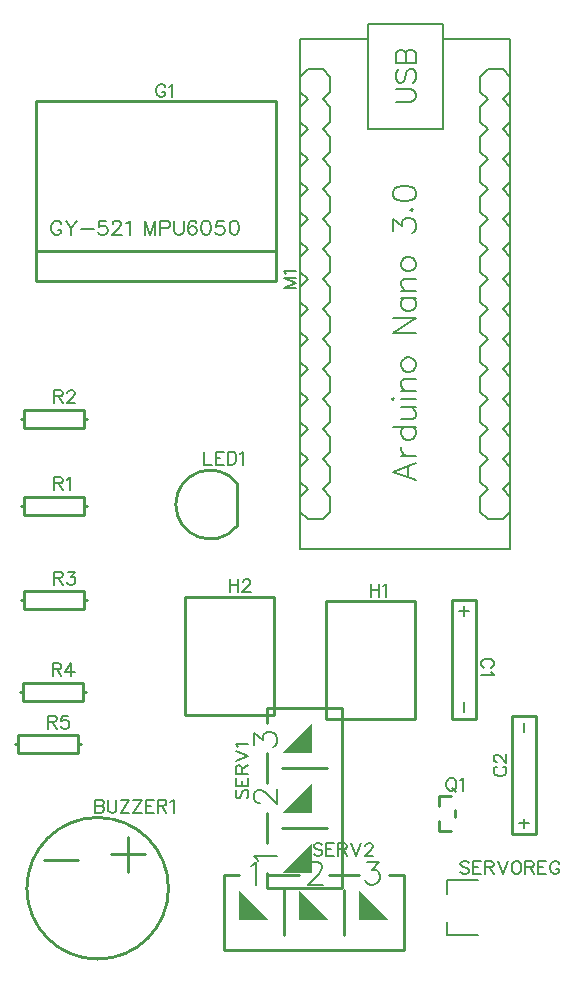
<source format=gto>
G04 Layer: TopSilkscreenLayer*
G04 EasyEDA v6.5.5, 2022-07-12 11:33:07*
G04 f1e15a90033e4b75946299fcb03ef411,10*
G04 Gerber Generator version 0.2*
G04 Scale: 100 percent, Rotated: No, Reflected: No *
G04 Dimensions in millimeters *
G04 leading zeros omitted , absolute positions ,4 integer and 5 decimal *
%FSLAX45Y45*%
%MOMM*%

%ADD10C,0.2540*%
%ADD12C,0.2032*%
%ADD21C,0.1270*%
%ADD22C,0.1524*%
%ADD23C,0.1422*%

%LPD*%
D22*
X1706600Y2972815D02*
G01*
X1706600Y2863850D01*
X1706600Y2972815D02*
G01*
X1753336Y2972815D01*
X1768830Y2967736D01*
X1774164Y2962402D01*
X1779244Y2951987D01*
X1779244Y2941573D01*
X1774164Y2931160D01*
X1768830Y2926079D01*
X1753336Y2921000D01*
X1706600Y2921000D02*
G01*
X1753336Y2921000D01*
X1768830Y2915665D01*
X1774164Y2910586D01*
X1779244Y2900171D01*
X1779244Y2884423D01*
X1774164Y2874010D01*
X1768830Y2868929D01*
X1753336Y2863850D01*
X1706600Y2863850D01*
X1813534Y2972815D02*
G01*
X1813534Y2894837D01*
X1818868Y2879344D01*
X1829282Y2868929D01*
X1844776Y2863850D01*
X1855190Y2863850D01*
X1870684Y2868929D01*
X1881098Y2879344D01*
X1886432Y2894837D01*
X1886432Y2972815D01*
X1993366Y2972815D02*
G01*
X1920722Y2863850D01*
X1920722Y2972815D02*
G01*
X1993366Y2972815D01*
X1920722Y2863850D02*
G01*
X1993366Y2863850D01*
X2100300Y2972815D02*
G01*
X2027656Y2863850D01*
X2027656Y2972815D02*
G01*
X2100300Y2972815D01*
X2027656Y2863850D02*
G01*
X2100300Y2863850D01*
X2134590Y2972815D02*
G01*
X2134590Y2863850D01*
X2134590Y2972815D02*
G01*
X2202154Y2972815D01*
X2134590Y2921000D02*
G01*
X2176246Y2921000D01*
X2134590Y2863850D02*
G01*
X2202154Y2863850D01*
X2236444Y2972815D02*
G01*
X2236444Y2863850D01*
X2236444Y2972815D02*
G01*
X2283180Y2972815D01*
X2298928Y2967736D01*
X2304008Y2962402D01*
X2309342Y2951987D01*
X2309342Y2941573D01*
X2304008Y2931160D01*
X2298928Y2926079D01*
X2283180Y2921000D01*
X2236444Y2921000D01*
X2273020Y2921000D02*
G01*
X2309342Y2863850D01*
X2343632Y2951987D02*
G01*
X2354046Y2957321D01*
X2369540Y2972815D01*
X2369540Y2863850D01*
X5055108Y4087621D02*
G01*
X5065522Y4092955D01*
X5075936Y4103370D01*
X5081015Y4113529D01*
X5081015Y4134357D01*
X5075936Y4144771D01*
X5065522Y4155186D01*
X5055108Y4160520D01*
X5039359Y4165600D01*
X5013452Y4165600D01*
X4997958Y4160520D01*
X4987543Y4155186D01*
X4977129Y4144771D01*
X4972050Y4134357D01*
X4972050Y4113529D01*
X4977129Y4103370D01*
X4987543Y4092955D01*
X4997958Y4087621D01*
X5060188Y4053331D02*
G01*
X5065522Y4042918D01*
X5081015Y4027423D01*
X4972050Y4027423D01*
D12*
X4866893Y4569205D02*
G01*
X4785106Y4569205D01*
X4826000Y4610100D02*
G01*
X4826000Y4528312D01*
X4826000Y3797300D02*
G01*
X4826000Y3715512D01*
D22*
X5104891Y3252978D02*
G01*
X5094477Y3247644D01*
X5084063Y3237229D01*
X5078984Y3227070D01*
X5078984Y3206242D01*
X5084063Y3195828D01*
X5094477Y3185413D01*
X5104891Y3180079D01*
X5120640Y3175000D01*
X5146547Y3175000D01*
X5162041Y3180079D01*
X5172456Y3185413D01*
X5182870Y3195828D01*
X5187950Y3206242D01*
X5187950Y3227070D01*
X5182870Y3237229D01*
X5172456Y3247644D01*
X5162041Y3252978D01*
X5104891Y3292347D02*
G01*
X5099811Y3292347D01*
X5089397Y3297681D01*
X5084063Y3302762D01*
X5078984Y3313176D01*
X5078984Y3334004D01*
X5084063Y3344418D01*
X5089397Y3349497D01*
X5099811Y3354831D01*
X5110225Y3354831D01*
X5120640Y3349497D01*
X5136134Y3339084D01*
X5187950Y3287268D01*
X5187950Y3359912D01*
D12*
X5293106Y2771394D02*
G01*
X5374893Y2771394D01*
X5334000Y2730500D02*
G01*
X5334000Y2812287D01*
X5334000Y3543300D02*
G01*
X5334000Y3625087D01*
D22*
X4038600Y4801615D02*
G01*
X4038600Y4692650D01*
X4111243Y4801615D02*
G01*
X4111243Y4692650D01*
X4038600Y4749800D02*
G01*
X4111243Y4749800D01*
X4145534Y4780787D02*
G01*
X4155947Y4786121D01*
X4171695Y4801615D01*
X4171695Y4692650D01*
X2844800Y4839715D02*
G01*
X2844800Y4730750D01*
X2917443Y4839715D02*
G01*
X2917443Y4730750D01*
X2844800Y4787900D02*
G01*
X2917443Y4787900D01*
X2957068Y4813807D02*
G01*
X2957068Y4818887D01*
X2962147Y4829302D01*
X2967481Y4834636D01*
X2977895Y4839715D01*
X2998470Y4839715D01*
X3008884Y4834636D01*
X3014218Y4829302D01*
X3019297Y4818887D01*
X3019297Y4808473D01*
X3014218Y4798060D01*
X3003804Y4782565D01*
X2951734Y4730750D01*
X3024631Y4730750D01*
X2628900Y5919215D02*
G01*
X2628900Y5810250D01*
X2628900Y5810250D02*
G01*
X2691129Y5810250D01*
X2725420Y5919215D02*
G01*
X2725420Y5810250D01*
X2725420Y5919215D02*
G01*
X2792984Y5919215D01*
X2725420Y5867400D02*
G01*
X2767075Y5867400D01*
X2725420Y5810250D02*
G01*
X2792984Y5810250D01*
X2827274Y5919215D02*
G01*
X2827274Y5810250D01*
X2827274Y5919215D02*
G01*
X2863850Y5919215D01*
X2879343Y5914136D01*
X2889758Y5903721D01*
X2894838Y5893307D01*
X2900172Y5877560D01*
X2900172Y5851652D01*
X2894838Y5836157D01*
X2889758Y5825744D01*
X2879343Y5815329D01*
X2863850Y5810250D01*
X2827274Y5810250D01*
X2934461Y5898387D02*
G01*
X2944875Y5903721D01*
X2960370Y5919215D01*
X2960370Y5810250D01*
X3300984Y7302500D02*
G01*
X3409950Y7302500D01*
X3300984Y7302500D02*
G01*
X3409950Y7344155D01*
X3300984Y7385558D02*
G01*
X3409950Y7344155D01*
X3300984Y7385558D02*
G01*
X3409950Y7385558D01*
X3321811Y7419847D02*
G01*
X3316477Y7430262D01*
X3300984Y7446010D01*
X3409950Y7446010D01*
D23*
X4252975Y8877300D02*
G01*
X4374134Y8877300D01*
X4398263Y8885428D01*
X4414520Y8901429D01*
X4422647Y8925813D01*
X4422647Y8942070D01*
X4414520Y8966200D01*
X4398263Y8982455D01*
X4374134Y8990329D01*
X4252975Y8990329D01*
X4277106Y9156954D02*
G01*
X4260850Y9140697D01*
X4252975Y9116568D01*
X4252975Y9084310D01*
X4260850Y9059926D01*
X4277106Y9043670D01*
X4293361Y9043670D01*
X4309363Y9051797D01*
X4317491Y9059926D01*
X4325620Y9076181D01*
X4341875Y9124695D01*
X4349750Y9140697D01*
X4357877Y9148826D01*
X4374134Y9156954D01*
X4398263Y9156954D01*
X4414520Y9140697D01*
X4422647Y9116568D01*
X4422647Y9084310D01*
X4414520Y9059926D01*
X4398263Y9043670D01*
X4252975Y9210294D02*
G01*
X4422647Y9210294D01*
X4252975Y9210294D02*
G01*
X4252975Y9282937D01*
X4260850Y9307321D01*
X4268977Y9315450D01*
X4285234Y9323324D01*
X4301490Y9323324D01*
X4317491Y9315450D01*
X4325620Y9307321D01*
X4333747Y9282937D01*
X4333747Y9210294D02*
G01*
X4333747Y9282937D01*
X4341875Y9307321D01*
X4349750Y9315450D01*
X4366006Y9323324D01*
X4390390Y9323324D01*
X4406391Y9315450D01*
X4414520Y9307321D01*
X4422647Y9282937D01*
X4422647Y9210294D01*
D12*
X4227322Y5750813D02*
G01*
X4421124Y5676900D01*
X4227322Y5750813D02*
G01*
X4421124Y5824728D01*
X4356608Y5704586D02*
G01*
X4356608Y5797042D01*
X4291838Y5885687D02*
G01*
X4421124Y5885687D01*
X4347209Y5885687D02*
G01*
X4319524Y5894831D01*
X4301236Y5913373D01*
X4291838Y5931915D01*
X4291838Y5959602D01*
X4227322Y6131305D02*
G01*
X4421124Y6131305D01*
X4319524Y6131305D02*
G01*
X4301236Y6112763D01*
X4291838Y6094476D01*
X4291838Y6066789D01*
X4301236Y6048247D01*
X4319524Y6029705D01*
X4347209Y6020562D01*
X4365752Y6020562D01*
X4393438Y6029705D01*
X4411979Y6048247D01*
X4421124Y6066789D01*
X4421124Y6094476D01*
X4411979Y6112763D01*
X4393438Y6131305D01*
X4291838Y6192265D02*
G01*
X4384293Y6192265D01*
X4411979Y6201410D01*
X4421124Y6219952D01*
X4421124Y6247637D01*
X4411979Y6266179D01*
X4384293Y6293865D01*
X4291838Y6293865D02*
G01*
X4421124Y6293865D01*
X4227322Y6354826D02*
G01*
X4236465Y6363970D01*
X4227322Y6373368D01*
X4217924Y6363970D01*
X4227322Y6354826D01*
X4291838Y6363970D02*
G01*
X4421124Y6363970D01*
X4291838Y6434328D02*
G01*
X4421124Y6434328D01*
X4328922Y6434328D02*
G01*
X4301236Y6462013D01*
X4291838Y6480555D01*
X4291838Y6508242D01*
X4301236Y6526529D01*
X4328922Y6535928D01*
X4421124Y6535928D01*
X4291838Y6643115D02*
G01*
X4301236Y6624573D01*
X4319524Y6606031D01*
X4347209Y6596887D01*
X4365752Y6596887D01*
X4393438Y6606031D01*
X4411979Y6624573D01*
X4421124Y6643115D01*
X4421124Y6670802D01*
X4411979Y6689089D01*
X4393438Y6707631D01*
X4365752Y6717029D01*
X4347209Y6717029D01*
X4319524Y6707631D01*
X4301236Y6689089D01*
X4291838Y6670802D01*
X4291838Y6643115D01*
X4227322Y6920229D02*
G01*
X4421124Y6920229D01*
X4227322Y6920229D02*
G01*
X4421124Y7049515D01*
X4227322Y7049515D02*
G01*
X4421124Y7049515D01*
X4291838Y7221220D02*
G01*
X4421124Y7221220D01*
X4319524Y7221220D02*
G01*
X4301236Y7202678D01*
X4291838Y7184389D01*
X4291838Y7156450D01*
X4301236Y7138162D01*
X4319524Y7119620D01*
X4347209Y7110476D01*
X4365752Y7110476D01*
X4393438Y7119620D01*
X4411979Y7138162D01*
X4421124Y7156450D01*
X4421124Y7184389D01*
X4411979Y7202678D01*
X4393438Y7221220D01*
X4291838Y7282179D02*
G01*
X4421124Y7282179D01*
X4328922Y7282179D02*
G01*
X4301236Y7309865D01*
X4291838Y7328408D01*
X4291838Y7356094D01*
X4301236Y7374636D01*
X4328922Y7383779D01*
X4421124Y7383779D01*
X4291838Y7490968D02*
G01*
X4301236Y7472426D01*
X4319524Y7453884D01*
X4347209Y7444739D01*
X4365752Y7444739D01*
X4393438Y7453884D01*
X4411979Y7472426D01*
X4421124Y7490968D01*
X4421124Y7518654D01*
X4411979Y7537195D01*
X4393438Y7555484D01*
X4365752Y7564881D01*
X4347209Y7564881D01*
X4319524Y7555484D01*
X4301236Y7537195D01*
X4291838Y7518654D01*
X4291838Y7490968D01*
X4227322Y7786370D02*
G01*
X4227322Y7887970D01*
X4301236Y7832597D01*
X4301236Y7860284D01*
X4310379Y7878826D01*
X4319524Y7887970D01*
X4347209Y7897368D01*
X4365752Y7897368D01*
X4393438Y7887970D01*
X4411979Y7869681D01*
X4421124Y7841995D01*
X4421124Y7814310D01*
X4411979Y7786370D01*
X4402836Y7777226D01*
X4384293Y7768081D01*
X4375150Y7967471D02*
G01*
X4384293Y7958328D01*
X4393438Y7967471D01*
X4384293Y7976870D01*
X4375150Y7967471D01*
X4227322Y8093202D02*
G01*
X4236465Y8065515D01*
X4264152Y8046973D01*
X4310379Y8037829D01*
X4338065Y8037829D01*
X4384293Y8046973D01*
X4411979Y8065515D01*
X4421124Y8093202D01*
X4421124Y8111489D01*
X4411979Y8139429D01*
X4384293Y8157718D01*
X4338065Y8167115D01*
X4310379Y8167115D01*
X4264152Y8157718D01*
X4236465Y8139429D01*
X4227322Y8111489D01*
X4227322Y8093202D01*
D22*
X4710541Y3157987D02*
G01*
X4700127Y3152907D01*
X4689713Y3142493D01*
X4684379Y3132079D01*
X4679299Y3116331D01*
X4679299Y3090423D01*
X4684379Y3074929D01*
X4689713Y3064515D01*
X4700127Y3054101D01*
X4710541Y3049021D01*
X4731369Y3049021D01*
X4741529Y3054101D01*
X4751943Y3064515D01*
X4757277Y3074929D01*
X4762357Y3090423D01*
X4762357Y3116331D01*
X4757277Y3132079D01*
X4751943Y3142493D01*
X4741529Y3152907D01*
X4731369Y3157987D01*
X4710541Y3157987D01*
X4726035Y3069595D02*
G01*
X4757277Y3038607D01*
X4796647Y3137159D02*
G01*
X4807061Y3142493D01*
X4822809Y3157987D01*
X4822809Y3049021D01*
X1358900Y5703315D02*
G01*
X1358900Y5594350D01*
X1358900Y5703315D02*
G01*
X1405636Y5703315D01*
X1421129Y5698236D01*
X1426463Y5692902D01*
X1431544Y5682487D01*
X1431544Y5672073D01*
X1426463Y5661660D01*
X1421129Y5656579D01*
X1405636Y5651500D01*
X1358900Y5651500D01*
X1395221Y5651500D02*
G01*
X1431544Y5594350D01*
X1465834Y5682487D02*
G01*
X1476247Y5687821D01*
X1491995Y5703315D01*
X1491995Y5594350D01*
X1358900Y6439915D02*
G01*
X1358900Y6330950D01*
X1358900Y6439915D02*
G01*
X1405636Y6439915D01*
X1421129Y6434836D01*
X1426463Y6429502D01*
X1431544Y6419087D01*
X1431544Y6408673D01*
X1426463Y6398260D01*
X1421129Y6393179D01*
X1405636Y6388100D01*
X1358900Y6388100D01*
X1395221Y6388100D02*
G01*
X1431544Y6330950D01*
X1471168Y6414007D02*
G01*
X1471168Y6419087D01*
X1476247Y6429502D01*
X1481581Y6434836D01*
X1491995Y6439915D01*
X1512570Y6439915D01*
X1522984Y6434836D01*
X1528318Y6429502D01*
X1533397Y6419087D01*
X1533397Y6408673D01*
X1528318Y6398260D01*
X1517904Y6382765D01*
X1465834Y6330950D01*
X1538731Y6330950D01*
X1358900Y4903215D02*
G01*
X1358900Y4794250D01*
X1358900Y4903215D02*
G01*
X1405636Y4903215D01*
X1421129Y4898136D01*
X1426463Y4892802D01*
X1431544Y4882387D01*
X1431544Y4871973D01*
X1426463Y4861560D01*
X1421129Y4856479D01*
X1405636Y4851400D01*
X1358900Y4851400D01*
X1395221Y4851400D02*
G01*
X1431544Y4794250D01*
X1476247Y4903215D02*
G01*
X1533397Y4903215D01*
X1502410Y4861560D01*
X1517904Y4861560D01*
X1528318Y4856479D01*
X1533397Y4851400D01*
X1538731Y4835652D01*
X1538731Y4825237D01*
X1533397Y4809744D01*
X1522984Y4799329D01*
X1507489Y4794250D01*
X1491995Y4794250D01*
X1476247Y4799329D01*
X1471168Y4804410D01*
X1465834Y4814823D01*
X1346200Y4128515D02*
G01*
X1346200Y4019550D01*
X1346200Y4128515D02*
G01*
X1392936Y4128515D01*
X1408429Y4123436D01*
X1413763Y4118102D01*
X1418844Y4107687D01*
X1418844Y4097273D01*
X1413763Y4086860D01*
X1408429Y4081779D01*
X1392936Y4076700D01*
X1346200Y4076700D01*
X1382521Y4076700D02*
G01*
X1418844Y4019550D01*
X1505204Y4128515D02*
G01*
X1453134Y4055871D01*
X1531112Y4055871D01*
X1505204Y4128515D02*
G01*
X1505204Y4019550D01*
X1308100Y3684015D02*
G01*
X1308100Y3575050D01*
X1308100Y3684015D02*
G01*
X1354836Y3684015D01*
X1370329Y3678936D01*
X1375663Y3673602D01*
X1380744Y3663187D01*
X1380744Y3652773D01*
X1375663Y3642360D01*
X1370329Y3637279D01*
X1354836Y3632200D01*
X1308100Y3632200D01*
X1344421Y3632200D02*
G01*
X1380744Y3575050D01*
X1477518Y3684015D02*
G01*
X1425447Y3684015D01*
X1420368Y3637279D01*
X1425447Y3642360D01*
X1441195Y3647694D01*
X1456689Y3647694D01*
X1472184Y3642360D01*
X1482597Y3632200D01*
X1487931Y3616452D01*
X1487931Y3606037D01*
X1482597Y3590544D01*
X1472184Y3580129D01*
X1456689Y3575050D01*
X1441195Y3575050D01*
X1425447Y3580129D01*
X1420368Y3585210D01*
X1415034Y3595623D01*
X2910077Y3057144D02*
G01*
X2899663Y3046729D01*
X2894584Y3031236D01*
X2894584Y3010407D01*
X2899663Y2994913D01*
X2910077Y2984500D01*
X2920491Y2984500D01*
X2930906Y2989579D01*
X2936240Y2994913D01*
X2941320Y3005328D01*
X2951734Y3036570D01*
X2956813Y3046729D01*
X2962147Y3052063D01*
X2972561Y3057144D01*
X2988056Y3057144D01*
X2998470Y3046729D01*
X3003550Y3031236D01*
X3003550Y3010407D01*
X2998470Y2994913D01*
X2988056Y2984500D01*
X2894584Y3091434D02*
G01*
X3003550Y3091434D01*
X2894584Y3091434D02*
G01*
X2894584Y3158997D01*
X2946400Y3091434D02*
G01*
X2946400Y3133089D01*
X3003550Y3091434D02*
G01*
X3003550Y3158997D01*
X2894584Y3193287D02*
G01*
X3003550Y3193287D01*
X2894584Y3193287D02*
G01*
X2894584Y3240023D01*
X2899663Y3255771D01*
X2904997Y3260852D01*
X2915411Y3266186D01*
X2925825Y3266186D01*
X2936240Y3260852D01*
X2941320Y3255771D01*
X2946400Y3240023D01*
X2946400Y3193287D01*
X2946400Y3229610D02*
G01*
X3003550Y3266186D01*
X2894584Y3300476D02*
G01*
X3003550Y3341878D01*
X2894584Y3383534D02*
G01*
X3003550Y3341878D01*
X2915411Y3417823D02*
G01*
X2910077Y3428237D01*
X2894584Y3443731D01*
X3003550Y3443731D01*
D12*
X3088386Y2451100D02*
G01*
X3079241Y2469642D01*
X3051556Y2497328D01*
X3245358Y2497328D01*
X3097529Y2942844D02*
G01*
X3088386Y2942844D01*
X3069843Y2952242D01*
X3060700Y2961386D01*
X3051556Y2979928D01*
X3051556Y3016757D01*
X3060700Y3035300D01*
X3069843Y3044444D01*
X3088386Y3053842D01*
X3106927Y3053842D01*
X3125470Y3044444D01*
X3153156Y3026155D01*
X3245358Y2933700D01*
X3245358Y3062986D01*
X3051556Y3434842D02*
G01*
X3051556Y3536442D01*
X3125470Y3481070D01*
X3125470Y3508755D01*
X3134613Y3527044D01*
X3143758Y3536442D01*
X3171443Y3545586D01*
X3189986Y3545586D01*
X3217672Y3536442D01*
X3236213Y3517900D01*
X3245358Y3490213D01*
X3245358Y3462528D01*
X3236213Y3434842D01*
X3227070Y3425444D01*
X3208527Y3416300D01*
D22*
X3628643Y2589021D02*
G01*
X3618229Y2599436D01*
X3602736Y2604515D01*
X3581908Y2604515D01*
X3566413Y2599436D01*
X3556000Y2589021D01*
X3556000Y2578607D01*
X3561079Y2568194D01*
X3566413Y2562860D01*
X3576827Y2557779D01*
X3608070Y2547365D01*
X3618229Y2542286D01*
X3623563Y2536952D01*
X3628643Y2526537D01*
X3628643Y2511044D01*
X3618229Y2500629D01*
X3602736Y2495550D01*
X3581908Y2495550D01*
X3566413Y2500629D01*
X3556000Y2511044D01*
X3662934Y2604515D02*
G01*
X3662934Y2495550D01*
X3662934Y2604515D02*
G01*
X3730497Y2604515D01*
X3662934Y2552700D02*
G01*
X3704590Y2552700D01*
X3662934Y2495550D02*
G01*
X3730497Y2495550D01*
X3764788Y2604515D02*
G01*
X3764788Y2495550D01*
X3764788Y2604515D02*
G01*
X3811524Y2604515D01*
X3827272Y2599436D01*
X3832352Y2594102D01*
X3837686Y2583687D01*
X3837686Y2573273D01*
X3832352Y2562860D01*
X3827272Y2557779D01*
X3811524Y2552700D01*
X3764788Y2552700D01*
X3801109Y2552700D02*
G01*
X3837686Y2495550D01*
X3871975Y2604515D02*
G01*
X3913377Y2495550D01*
X3955034Y2604515D02*
G01*
X3913377Y2495550D01*
X3994404Y2578607D02*
G01*
X3994404Y2583687D01*
X3999738Y2594102D01*
X4004818Y2599436D01*
X4015231Y2604515D01*
X4036059Y2604515D01*
X4046474Y2599436D01*
X4051554Y2594102D01*
X4056888Y2583687D01*
X4056888Y2573273D01*
X4051554Y2562860D01*
X4041140Y2547365D01*
X3989324Y2495550D01*
X4061968Y2495550D01*
D12*
X3022600Y2410713D02*
G01*
X3041141Y2419857D01*
X3068827Y2447544D01*
X3068827Y2253742D01*
X3514343Y2401570D02*
G01*
X3514343Y2410713D01*
X3523741Y2429255D01*
X3532886Y2438400D01*
X3551427Y2447544D01*
X3588258Y2447544D01*
X3606800Y2438400D01*
X3615943Y2429255D01*
X3625341Y2410713D01*
X3625341Y2392171D01*
X3615943Y2373629D01*
X3597656Y2345944D01*
X3505200Y2253742D01*
X3634486Y2253742D01*
X4006341Y2447544D02*
G01*
X4107941Y2447544D01*
X4052570Y2373629D01*
X4080256Y2373629D01*
X4098543Y2364486D01*
X4107941Y2355342D01*
X4117086Y2327655D01*
X4117086Y2309113D01*
X4107941Y2281428D01*
X4089400Y2262886D01*
X4061713Y2253742D01*
X4034027Y2253742D01*
X4006341Y2262886D01*
X3996943Y2272029D01*
X3987800Y2290571D01*
D22*
X4871275Y2436634D02*
G01*
X4860861Y2447048D01*
X4845367Y2452128D01*
X4824539Y2452128D01*
X4809045Y2447048D01*
X4798631Y2436634D01*
X4798631Y2426220D01*
X4803711Y2415806D01*
X4809045Y2410472D01*
X4819459Y2405392D01*
X4850701Y2394978D01*
X4860861Y2389898D01*
X4866195Y2384564D01*
X4871275Y2374150D01*
X4871275Y2358656D01*
X4860861Y2348242D01*
X4845367Y2343162D01*
X4824539Y2343162D01*
X4809045Y2348242D01*
X4798631Y2358656D01*
X4905565Y2452128D02*
G01*
X4905565Y2343162D01*
X4905565Y2452128D02*
G01*
X4973129Y2452128D01*
X4905565Y2400312D02*
G01*
X4947221Y2400312D01*
X4905565Y2343162D02*
G01*
X4973129Y2343162D01*
X5007419Y2452128D02*
G01*
X5007419Y2343162D01*
X5007419Y2452128D02*
G01*
X5054155Y2452128D01*
X5069903Y2447048D01*
X5074983Y2441714D01*
X5080317Y2431300D01*
X5080317Y2420886D01*
X5074983Y2410472D01*
X5069903Y2405392D01*
X5054155Y2400312D01*
X5007419Y2400312D01*
X5043741Y2400312D02*
G01*
X5080317Y2343162D01*
X5114607Y2452128D02*
G01*
X5156009Y2343162D01*
X5197665Y2452128D02*
G01*
X5156009Y2343162D01*
X5263197Y2452128D02*
G01*
X5252783Y2447048D01*
X5242369Y2436634D01*
X5237035Y2426220D01*
X5231955Y2410472D01*
X5231955Y2384564D01*
X5237035Y2369070D01*
X5242369Y2358656D01*
X5252783Y2348242D01*
X5263197Y2343162D01*
X5283771Y2343162D01*
X5294185Y2348242D01*
X5304599Y2358656D01*
X5309933Y2369070D01*
X5315013Y2384564D01*
X5315013Y2410472D01*
X5309933Y2426220D01*
X5304599Y2436634D01*
X5294185Y2447048D01*
X5283771Y2452128D01*
X5263197Y2452128D01*
X5349303Y2452128D02*
G01*
X5349303Y2343162D01*
X5349303Y2452128D02*
G01*
X5396039Y2452128D01*
X5411787Y2447048D01*
X5416867Y2441714D01*
X5422201Y2431300D01*
X5422201Y2420886D01*
X5416867Y2410472D01*
X5411787Y2405392D01*
X5396039Y2400312D01*
X5349303Y2400312D01*
X5385625Y2400312D02*
G01*
X5422201Y2343162D01*
X5456491Y2452128D02*
G01*
X5456491Y2343162D01*
X5456491Y2452128D02*
G01*
X5523801Y2452128D01*
X5456491Y2400312D02*
G01*
X5497893Y2400312D01*
X5456491Y2343162D02*
G01*
X5523801Y2343162D01*
X5636069Y2426220D02*
G01*
X5630989Y2436634D01*
X5620575Y2447048D01*
X5610161Y2452128D01*
X5589333Y2452128D01*
X5578919Y2447048D01*
X5568505Y2436634D01*
X5563425Y2426220D01*
X5558091Y2410472D01*
X5558091Y2384564D01*
X5563425Y2369070D01*
X5568505Y2358656D01*
X5578919Y2348242D01*
X5589333Y2343162D01*
X5610161Y2343162D01*
X5620575Y2348242D01*
X5630989Y2358656D01*
X5636069Y2369070D01*
X5636069Y2384564D01*
X5610161Y2384564D02*
G01*
X5636069Y2384564D01*
X2300477Y9004808D02*
G01*
X2295143Y9015221D01*
X2284729Y9025636D01*
X2274570Y9030715D01*
X2253741Y9030715D01*
X2243327Y9025636D01*
X2232913Y9015221D01*
X2227579Y9004808D01*
X2222500Y8989060D01*
X2222500Y8963152D01*
X2227579Y8947658D01*
X2232913Y8937244D01*
X2243327Y8926829D01*
X2253741Y8921750D01*
X2274570Y8921750D01*
X2284729Y8926829D01*
X2295143Y8937244D01*
X2300477Y8947658D01*
X2300477Y8963152D01*
X2274570Y8963152D02*
G01*
X2300477Y8963152D01*
X2334768Y9009887D02*
G01*
X2345181Y9015221D01*
X2360675Y9030715D01*
X2360675Y8921750D01*
D12*
X1420113Y7845044D02*
G01*
X1414271Y7856728D01*
X1402842Y7868158D01*
X1391157Y7874000D01*
X1368044Y7874000D01*
X1356613Y7868158D01*
X1344929Y7856728D01*
X1339342Y7845044D01*
X1333500Y7827771D01*
X1333500Y7798815D01*
X1339342Y7781544D01*
X1344929Y7770113D01*
X1356613Y7758429D01*
X1368044Y7752587D01*
X1391157Y7752587D01*
X1402842Y7758429D01*
X1414271Y7770113D01*
X1420113Y7781544D01*
X1420113Y7798815D01*
X1391157Y7798815D02*
G01*
X1420113Y7798815D01*
X1458213Y7874000D02*
G01*
X1504442Y7816087D01*
X1504442Y7752587D01*
X1550670Y7874000D02*
G01*
X1504442Y7816087D01*
X1588770Y7804658D02*
G01*
X1692655Y7804658D01*
X1799844Y7874000D02*
G01*
X1742186Y7874000D01*
X1736344Y7821929D01*
X1742186Y7827771D01*
X1759457Y7833613D01*
X1776729Y7833613D01*
X1794255Y7827771D01*
X1805686Y7816087D01*
X1811528Y7798815D01*
X1811528Y7787386D01*
X1805686Y7770113D01*
X1794255Y7758429D01*
X1776729Y7752587D01*
X1759457Y7752587D01*
X1742186Y7758429D01*
X1736344Y7764271D01*
X1730755Y7775702D01*
X1855470Y7845044D02*
G01*
X1855470Y7850886D01*
X1861057Y7862315D01*
X1866900Y7868158D01*
X1878329Y7874000D01*
X1901444Y7874000D01*
X1913128Y7868158D01*
X1918970Y7862315D01*
X1924557Y7850886D01*
X1924557Y7839202D01*
X1918970Y7827771D01*
X1907286Y7810500D01*
X1849628Y7752587D01*
X1930400Y7752587D01*
X1968500Y7850886D02*
G01*
X1979929Y7856728D01*
X1997456Y7874000D01*
X1997456Y7752587D01*
X2124456Y7874000D02*
G01*
X2124456Y7752587D01*
X2124456Y7874000D02*
G01*
X2170429Y7752587D01*
X2216658Y7874000D02*
G01*
X2170429Y7752587D01*
X2216658Y7874000D02*
G01*
X2216658Y7752587D01*
X2254758Y7874000D02*
G01*
X2254758Y7752587D01*
X2254758Y7874000D02*
G01*
X2306827Y7874000D01*
X2324100Y7868158D01*
X2329941Y7862315D01*
X2335529Y7850886D01*
X2335529Y7833613D01*
X2329941Y7821929D01*
X2324100Y7816087D01*
X2306827Y7810500D01*
X2254758Y7810500D01*
X2373629Y7874000D02*
G01*
X2373629Y7787386D01*
X2379472Y7770113D01*
X2391156Y7758429D01*
X2408427Y7752587D01*
X2419858Y7752587D01*
X2437129Y7758429D01*
X2448813Y7770113D01*
X2454656Y7787386D01*
X2454656Y7874000D01*
X2561843Y7856728D02*
G01*
X2556256Y7868158D01*
X2538729Y7874000D01*
X2527300Y7874000D01*
X2510027Y7868158D01*
X2498343Y7850886D01*
X2492756Y7821929D01*
X2492756Y7793228D01*
X2498343Y7770113D01*
X2510027Y7758429D01*
X2527300Y7752587D01*
X2533141Y7752587D01*
X2550413Y7758429D01*
X2561843Y7770113D01*
X2567686Y7787386D01*
X2567686Y7793228D01*
X2561843Y7810500D01*
X2550413Y7821929D01*
X2533141Y7827771D01*
X2527300Y7827771D01*
X2510027Y7821929D01*
X2498343Y7810500D01*
X2492756Y7793228D01*
X2640329Y7874000D02*
G01*
X2623058Y7868158D01*
X2611627Y7850886D01*
X2605786Y7821929D01*
X2605786Y7804658D01*
X2611627Y7775702D01*
X2623058Y7758429D01*
X2640329Y7752587D01*
X2652013Y7752587D01*
X2669286Y7758429D01*
X2680970Y7775702D01*
X2686558Y7804658D01*
X2686558Y7821929D01*
X2680970Y7850886D01*
X2669286Y7868158D01*
X2652013Y7874000D01*
X2640329Y7874000D01*
X2794000Y7874000D02*
G01*
X2736341Y7874000D01*
X2730500Y7821929D01*
X2736341Y7827771D01*
X2753613Y7833613D01*
X2770886Y7833613D01*
X2788158Y7827771D01*
X2799841Y7816087D01*
X2805429Y7798815D01*
X2805429Y7787386D01*
X2799841Y7770113D01*
X2788158Y7758429D01*
X2770886Y7752587D01*
X2753613Y7752587D01*
X2736341Y7758429D01*
X2730500Y7764271D01*
X2724658Y7775702D01*
X2878327Y7874000D02*
G01*
X2861056Y7868158D01*
X2849372Y7850886D01*
X2843529Y7821929D01*
X2843529Y7804658D01*
X2849372Y7775702D01*
X2861056Y7758429D01*
X2878327Y7752587D01*
X2889758Y7752587D01*
X2907029Y7758429D01*
X2918713Y7775702D01*
X2924556Y7804658D01*
X2924556Y7821929D01*
X2918713Y7850886D01*
X2907029Y7868158D01*
X2889758Y7874000D01*
X2878327Y7874000D01*
G36*
X3543300Y3619500D02*
G01*
X3289300Y3365500D01*
X3543300Y3365500D01*
G37*
G36*
X3543300Y3111500D02*
G01*
X3289300Y2857500D01*
X3543300Y2857500D01*
G37*
G36*
X3543300Y2603500D02*
G01*
X3289300Y2349500D01*
X3543300Y2349500D01*
G37*
G36*
X3937000Y2209800D02*
G01*
X3937000Y1955800D01*
X4191000Y1955800D01*
G37*
G36*
X3429000Y2209800D02*
G01*
X3429000Y1955800D01*
X3683000Y1955800D01*
G37*
G36*
X2921000Y2209800D02*
G01*
X2921000Y1955800D01*
X3175000Y1955800D01*
G37*
D10*
X1270000Y2463800D02*
G01*
X1562100Y2463800D01*
X1836110Y2512931D02*
G01*
X2128210Y2512931D01*
X1981200Y2362200D02*
G01*
X1981200Y2654300D01*
X4724400Y4660900D02*
G01*
X4724400Y3657600D01*
X4724400Y4660900D02*
G01*
X4927600Y4660900D01*
X4927600Y3657600D01*
X4724400Y3657600D01*
X5435600Y2679700D02*
G01*
X5435600Y3683000D01*
X5435600Y2679700D02*
G01*
X5232400Y2679700D01*
X5232400Y3683000D01*
X5435600Y3683000D01*
X3663594Y4652898D02*
G01*
X3663594Y3652901D01*
X4413605Y3652901D01*
X4413605Y4652898D01*
X3663594Y4652898D01*
X2469794Y4690998D02*
G01*
X2469794Y3691001D01*
X3219805Y3691001D01*
X3219805Y4690998D01*
X2469794Y4690998D01*
X2908300Y5651500D02*
G01*
X2908300Y5286235D01*
D21*
X5219700Y8331200D02*
G01*
X5156200Y8394700D01*
X5219700Y8458200D01*
X5219700Y8585200D01*
X5156200Y8648700D01*
X5219700Y8712200D01*
X5219700Y8839200D01*
X5156200Y8902700D01*
X5219700Y8966200D01*
X5219700Y9093200D01*
X5156200Y9156700D01*
X5029200Y9156700D01*
X4965700Y9093200D01*
X4965700Y8966200D01*
X5029200Y8902700D01*
X4965700Y8839200D01*
X4965700Y8712200D01*
X5029200Y8648700D01*
X4965700Y8585200D01*
X4965700Y8458200D01*
X5029200Y8394700D01*
X4965700Y8331200D01*
X4965700Y8204200D01*
X5029200Y8140700D01*
X4965700Y8077200D01*
X4965700Y7950200D01*
X5029200Y7886700D01*
X4965700Y7823200D01*
X4965700Y7696200D01*
X5029200Y7632700D01*
X4965700Y7569200D01*
X4965700Y7442200D01*
X5029200Y7378700D01*
X4965700Y7315200D01*
X4965700Y7188200D01*
X5029200Y7124700D01*
X4965700Y7061200D01*
X4965700Y6934200D01*
X5029200Y6870700D01*
X4965700Y6807200D01*
X4965700Y6680200D01*
X5029200Y6616700D01*
X4965700Y6553200D01*
X4965700Y6426200D01*
X5029200Y6362700D01*
X4965700Y6299200D01*
X4965700Y6172200D01*
X5029200Y6108700D01*
X4965700Y6045200D01*
X4965700Y5918200D01*
X5029200Y5854700D01*
X4965700Y5791200D01*
X4965700Y5664200D01*
X5029200Y5600700D01*
X4965700Y5537200D01*
X4965700Y5410200D01*
X5029200Y5346700D01*
X5156200Y5346700D01*
X5219700Y5410200D01*
X5219700Y5537200D02*
G01*
X5156200Y5600700D01*
X5219700Y5664200D01*
X5219700Y5092700D01*
X4648200Y5092700D01*
X4013200Y5092700D01*
X3441700Y5092700D01*
X3441700Y5537200D01*
X3441700Y5664200D01*
X3505200Y5600700D01*
X3441700Y5537200D01*
X5219700Y5791200D02*
G01*
X5156200Y5854700D01*
X5219700Y5918200D01*
X5219700Y5664200D02*
G01*
X5219700Y6045200D01*
X5156200Y6108700D01*
X5219700Y6172200D01*
X5219700Y6299200D02*
G01*
X5156200Y6362700D01*
X5219700Y6426200D01*
X5219700Y6553200D02*
G01*
X5156200Y6616700D01*
X5219700Y6680200D01*
X5219700Y6807200D02*
G01*
X5156200Y6870700D01*
X5219700Y6934200D01*
X5219700Y7061200D02*
G01*
X5156200Y7124700D01*
X5219700Y7188200D01*
X5219700Y7315200D02*
G01*
X5156200Y7378700D01*
X5219700Y7442200D01*
X5219700Y7569200D02*
G01*
X5156200Y7632700D01*
X5219700Y7696200D01*
X5219700Y8458200D01*
X5219700Y7823200D02*
G01*
X5156200Y7886700D01*
X5219700Y7950200D01*
X5219700Y8077200D02*
G01*
X5156200Y8140700D01*
X5219700Y8204200D01*
X3441700Y5410200D02*
G01*
X3505200Y5346700D01*
X3632200Y5346700D01*
X3695700Y5410200D01*
X3695700Y5537200D01*
X3632200Y5600700D01*
X3695700Y5664200D01*
X3695700Y5791200D01*
X3632200Y5854700D01*
X3695700Y5918200D01*
X3695700Y6045200D01*
X3632200Y6108700D01*
X3695700Y6172200D01*
X3695700Y6299200D01*
X3632200Y6362700D01*
X3695700Y6426200D01*
X3695700Y6553200D01*
X3632200Y6616700D01*
X3695700Y6680200D01*
X3695700Y6807200D01*
X3632200Y6870700D01*
X3695700Y6934200D01*
X3695700Y7061200D01*
X3632200Y7124700D01*
X3695700Y7188200D01*
X3695700Y7315200D01*
X3632200Y7378700D01*
X3695700Y7442200D01*
X3695700Y7569200D01*
X3632200Y7632700D01*
X3695700Y7696200D01*
X3695700Y7823200D01*
X3632200Y7886700D01*
X3695700Y7950200D01*
X3695700Y8077200D01*
X3632200Y8140700D01*
X3695700Y8204200D01*
X3695700Y8331200D01*
X3632200Y8394700D01*
X3695700Y8458200D01*
X3695700Y8585200D01*
X3632200Y8648700D01*
X3695700Y8712200D01*
X3695700Y8839200D01*
X3632200Y8902700D01*
X3695700Y8966200D01*
X3695700Y9093200D01*
X3632200Y9156700D01*
X3505200Y9156700D01*
X3441700Y9093200D01*
X3441700Y9410700D01*
X4013200Y9410700D01*
X4013200Y8648700D01*
X4648200Y8648700D01*
X4648200Y9410700D01*
X4648200Y9537700D01*
X4013200Y9537700D01*
X4013200Y9410700D01*
X3441700Y8331200D02*
G01*
X3505200Y8394700D01*
X3441700Y8458200D01*
X3441700Y8585200D01*
X3505200Y8648700D01*
X3441700Y8712200D01*
X3441700Y8839200D01*
X3505200Y8902700D01*
X3441700Y8966200D01*
X3441700Y9093200D01*
X5219700Y6045200D02*
G01*
X5219700Y7696200D01*
X3441700Y8077200D02*
G01*
X3505200Y8140700D01*
X3441700Y8204200D01*
X3441700Y8077200D01*
X3441700Y7950200D01*
X3441700Y7823200D01*
X3441700Y7696200D01*
X3441700Y7569200D01*
X3441700Y7442200D01*
X3441700Y7315200D01*
X3441700Y7188200D01*
X3441700Y7061200D01*
X3441700Y6934200D01*
X3441700Y6807200D01*
X3441700Y6680200D01*
X3441700Y6553200D01*
X3441700Y6426200D01*
X3441700Y6299200D01*
X3441700Y6172200D01*
X3441700Y6045200D01*
X3441700Y5918200D01*
X3441700Y5791200D01*
X3441700Y5664200D01*
X3441700Y7950200D02*
G01*
X3505200Y7886700D01*
X3441700Y7823200D01*
X3441700Y7696200D02*
G01*
X3505200Y7632700D01*
X3441700Y7569200D01*
X3441700Y7442200D02*
G01*
X3505200Y7378700D01*
X3441700Y7315200D01*
X3441700Y7188200D02*
G01*
X3505200Y7124700D01*
X3441700Y7061200D01*
X3441700Y6934200D02*
G01*
X3505200Y6870700D01*
X3441700Y6807200D01*
X3441700Y6680200D02*
G01*
X3505200Y6616700D01*
X3441700Y6553200D01*
X3441700Y6426200D02*
G01*
X3505200Y6362700D01*
X3441700Y6299200D01*
X3441700Y6172200D02*
G01*
X3505200Y6108700D01*
X3441700Y6045200D01*
X3441700Y5918200D02*
G01*
X3505200Y5854700D01*
X3441700Y5791200D01*
X5219700Y8585200D02*
G01*
X5219700Y8712200D01*
X5219700Y8839200D02*
G01*
X5219700Y8966200D01*
X5219700Y9093200D02*
G01*
X5219700Y9410700D01*
X4648200Y9410700D01*
X3441700Y8966200D02*
G01*
X3441700Y8839200D01*
X3441700Y8712200D02*
G01*
X3441700Y8585200D01*
X3441700Y8458200D02*
G01*
X3441700Y8204200D01*
D10*
X4616300Y2921099D02*
G01*
X4616300Y3007499D01*
X4616300Y3007499D02*
G01*
X4716302Y3007499D01*
X4756299Y2826103D02*
G01*
X4756299Y2888896D01*
X4616300Y2707500D02*
G01*
X4616300Y2793900D01*
X4616300Y2707500D02*
G01*
X4716302Y2707500D01*
X1104900Y5537200D02*
G01*
X1612900Y5537200D01*
X1612900Y5537200D02*
G01*
X1612900Y5461000D01*
X1612900Y5461000D02*
G01*
X1612900Y5384800D01*
X1612900Y5384800D02*
G01*
X1104900Y5384800D01*
X1104900Y5384800D02*
G01*
X1104900Y5461000D01*
X1104900Y5461000D02*
G01*
X1104900Y5537200D01*
X1612900Y5461000D02*
G01*
X1638300Y5461000D01*
X1104900Y5461000D02*
G01*
X1079500Y5461000D01*
X1104900Y6273800D02*
G01*
X1612900Y6273800D01*
X1612900Y6273800D02*
G01*
X1612900Y6197600D01*
X1612900Y6197600D02*
G01*
X1612900Y6121400D01*
X1612900Y6121400D02*
G01*
X1104900Y6121400D01*
X1104900Y6121400D02*
G01*
X1104900Y6197600D01*
X1104900Y6197600D02*
G01*
X1104900Y6273800D01*
X1612900Y6197600D02*
G01*
X1638300Y6197600D01*
X1104900Y6197600D02*
G01*
X1079500Y6197600D01*
X1104900Y4737100D02*
G01*
X1612900Y4737100D01*
X1612900Y4737100D02*
G01*
X1612900Y4660900D01*
X1612900Y4660900D02*
G01*
X1612900Y4584700D01*
X1612900Y4584700D02*
G01*
X1104900Y4584700D01*
X1104900Y4584700D02*
G01*
X1104900Y4660900D01*
X1104900Y4660900D02*
G01*
X1104900Y4737100D01*
X1612900Y4660900D02*
G01*
X1638300Y4660900D01*
X1104900Y4660900D02*
G01*
X1079500Y4660900D01*
X1092200Y3962400D02*
G01*
X1600200Y3962400D01*
X1600200Y3962400D02*
G01*
X1600200Y3886200D01*
X1600200Y3886200D02*
G01*
X1600200Y3810000D01*
X1600200Y3810000D02*
G01*
X1092200Y3810000D01*
X1092200Y3810000D02*
G01*
X1092200Y3886200D01*
X1092200Y3886200D02*
G01*
X1092200Y3962400D01*
X1600200Y3886200D02*
G01*
X1625600Y3886200D01*
X1092200Y3886200D02*
G01*
X1066800Y3886200D01*
X1054100Y3517900D02*
G01*
X1562100Y3517900D01*
X1562100Y3517900D02*
G01*
X1562100Y3441700D01*
X1562100Y3441700D02*
G01*
X1562100Y3365500D01*
X1562100Y3365500D02*
G01*
X1054100Y3365500D01*
X1054100Y3365500D02*
G01*
X1054100Y3441700D01*
X1054100Y3441700D02*
G01*
X1054100Y3517900D01*
X1562100Y3441700D02*
G01*
X1587500Y3441700D01*
X1054100Y3441700D02*
G01*
X1028700Y3441700D01*
X3162300Y2349500D02*
G01*
X3162300Y2222500D01*
X3797300Y2222500D01*
X3797300Y3746500D01*
X3162300Y3746500D01*
X3162300Y3619500D01*
X3162300Y3365500D02*
G01*
X3162300Y3111500D01*
X3162300Y2857500D02*
G01*
X3162300Y2603500D01*
X3289300Y2730500D02*
G01*
X3670300Y2730500D01*
X3289300Y3238500D02*
G01*
X3670300Y3238500D01*
X2921000Y2336800D02*
G01*
X2794000Y2336800D01*
X2794000Y1701800D01*
X4318000Y1701800D01*
X4318000Y2336800D01*
X4191000Y2336800D01*
X3937000Y2336800D02*
G01*
X3683000Y2336800D01*
X3429000Y2336800D02*
G01*
X3175000Y2336800D01*
X3302000Y2209800D02*
G01*
X3302000Y1828800D01*
X3810000Y2209800D02*
G01*
X3810000Y1828800D01*
D22*
X4947048Y2290030D02*
G01*
X4681811Y2290030D01*
X4681811Y2175149D01*
X4947048Y1824794D02*
G01*
X4681811Y1824794D01*
X4681811Y1939676D01*
D10*
X1206500Y7366000D02*
G01*
X1206500Y8890000D01*
X3238500Y8890000D01*
X3238500Y7366000D01*
X1206500Y7366000D01*
X3238500Y7620000D02*
G01*
X1206500Y7620000D01*
G75*
G01*
X2908300Y5651500D02*
G03*
X2904607Y5286235I-228600J-180340D01*
G75*
G01
X2326665Y2222500D02*
G03X2326665Y2222500I-599465J0D01*
M02*

</source>
